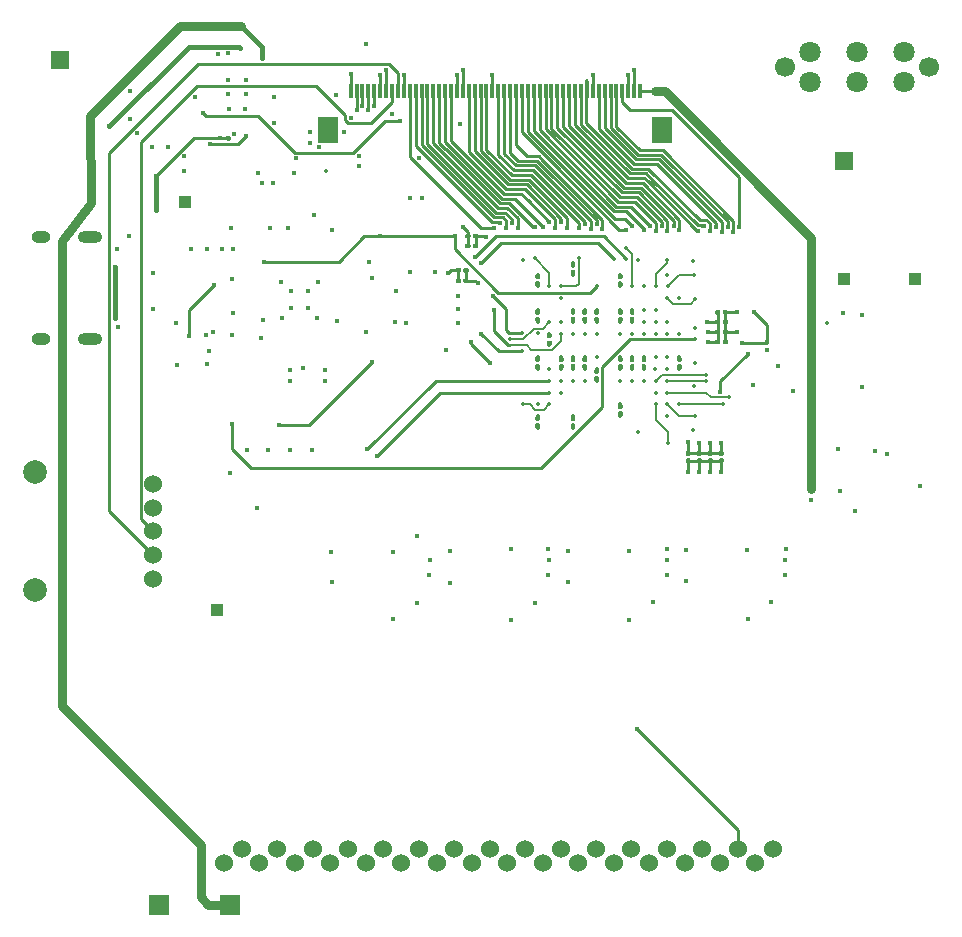
<source format=gbl>
G04 #@! TF.GenerationSoftware,KiCad,Pcbnew,(5.1.10-1-10_14)*
G04 #@! TF.CreationDate,2021-07-07T11:21:34+02:00*
G04 #@! TF.ProjectId,gb-fpga,67622d66-7067-4612-9e6b-696361645f70,rev?*
G04 #@! TF.SameCoordinates,Original*
G04 #@! TF.FileFunction,Copper,L4,Bot*
G04 #@! TF.FilePolarity,Positive*
%FSLAX46Y46*%
G04 Gerber Fmt 4.6, Leading zero omitted, Abs format (unit mm)*
G04 Created by KiCad (PCBNEW (5.1.10-1-10_14)) date 2021-07-07 11:21:34*
%MOMM*%
%LPD*%
G01*
G04 APERTURE LIST*
G04 #@! TA.AperFunction,ComponentPad*
%ADD10C,2.000000*%
G04 #@! TD*
G04 #@! TA.AperFunction,ComponentPad*
%ADD11C,1.524000*%
G04 #@! TD*
G04 #@! TA.AperFunction,ComponentPad*
%ADD12C,1.800000*%
G04 #@! TD*
G04 #@! TA.AperFunction,ComponentPad*
%ADD13C,1.700000*%
G04 #@! TD*
G04 #@! TA.AperFunction,ComponentPad*
%ADD14O,2.100000X1.000000*%
G04 #@! TD*
G04 #@! TA.AperFunction,ComponentPad*
%ADD15O,1.600000X1.000000*%
G04 #@! TD*
G04 #@! TA.AperFunction,ComponentPad*
%ADD16R,1.700000X1.700000*%
G04 #@! TD*
G04 #@! TA.AperFunction,SMDPad,CuDef*
%ADD17R,1.800000X2.200000*%
G04 #@! TD*
G04 #@! TA.AperFunction,SMDPad,CuDef*
%ADD18R,0.300000X1.300000*%
G04 #@! TD*
G04 #@! TA.AperFunction,ComponentPad*
%ADD19R,1.000000X1.000000*%
G04 #@! TD*
G04 #@! TA.AperFunction,ComponentPad*
%ADD20R,1.500000X1.500000*%
G04 #@! TD*
G04 #@! TA.AperFunction,ViaPad*
%ADD21C,0.450000*%
G04 #@! TD*
G04 #@! TA.AperFunction,ViaPad*
%ADD22C,0.350000*%
G04 #@! TD*
G04 #@! TA.AperFunction,Conductor*
%ADD23C,0.250000*%
G04 #@! TD*
G04 #@! TA.AperFunction,Conductor*
%ADD24C,0.150000*%
G04 #@! TD*
G04 #@! TA.AperFunction,Conductor*
%ADD25C,0.400000*%
G04 #@! TD*
G04 #@! TA.AperFunction,Conductor*
%ADD26C,0.800000*%
G04 #@! TD*
G04 APERTURE END LIST*
D10*
X1500000Y39600000D03*
X1500000Y29600000D03*
D11*
X11500000Y38600000D03*
X11500000Y36600000D03*
X11500000Y34600000D03*
X11500000Y32600000D03*
X11500000Y30600000D03*
D12*
X75100000Y72650000D03*
X75100000Y75150000D03*
X71100000Y72650000D03*
X71100000Y75150000D03*
X67100000Y72650000D03*
X67100000Y75150000D03*
D13*
X77200000Y73900000D03*
X65000000Y73900000D03*
D11*
X64025000Y7700000D03*
X61025000Y7700000D03*
X58025000Y7700000D03*
X55025000Y7700000D03*
X52025000Y7700000D03*
X49025000Y7700000D03*
X46025000Y7700000D03*
X43025000Y7700000D03*
X40025000Y7700000D03*
X37025000Y7700000D03*
X34025000Y7700000D03*
X31025000Y7700000D03*
X28025000Y7700000D03*
X25025000Y7700000D03*
X22025000Y7700000D03*
X19025000Y7700000D03*
X62525000Y6500000D03*
X59525000Y6500000D03*
X56525000Y6500000D03*
X53525000Y6500000D03*
X50525000Y6500000D03*
X47525000Y6500000D03*
X44525000Y6500000D03*
X41525000Y6500000D03*
X38525000Y6500000D03*
X35525000Y6500000D03*
X32525000Y6500000D03*
X29525000Y6500000D03*
X26525000Y6500000D03*
X23525000Y6500000D03*
X20525000Y6500000D03*
X17525000Y6500000D03*
D14*
X6205000Y59520000D03*
X6205000Y50880000D03*
D15*
X2025000Y59520000D03*
X2025000Y50880000D03*
D16*
X18000000Y3000000D03*
X12000000Y3000000D03*
D17*
X26350000Y68600000D03*
X54650000Y68600000D03*
D18*
X52750000Y71850000D03*
X52250000Y71850000D03*
X51750000Y71850000D03*
X51250000Y71850000D03*
X50750000Y71850000D03*
X50250000Y71850000D03*
X49750000Y71850000D03*
X49250000Y71850000D03*
X48750000Y71850000D03*
X48250000Y71850000D03*
X47750000Y71850000D03*
X47250000Y71850000D03*
X46750000Y71850000D03*
X46250000Y71850000D03*
X45750000Y71850000D03*
X45250000Y71850000D03*
X44750000Y71850000D03*
X44250000Y71850000D03*
X43750000Y71850000D03*
X43250000Y71850000D03*
X42750000Y71850000D03*
X42250000Y71850000D03*
X41750000Y71850000D03*
X41250000Y71850000D03*
X40750000Y71850000D03*
X40250000Y71850000D03*
X39750000Y71850000D03*
X39250000Y71850000D03*
X38750000Y71850000D03*
X38250000Y71850000D03*
X37750000Y71850000D03*
X37250000Y71850000D03*
X36750000Y71850000D03*
X36250000Y71850000D03*
X35750000Y71850000D03*
X35250000Y71850000D03*
X34750000Y71850000D03*
X34250000Y71850000D03*
X33750000Y71850000D03*
X33250000Y71850000D03*
X32750000Y71850000D03*
X32250000Y71850000D03*
X31750000Y71850000D03*
X31250000Y71850000D03*
X30750000Y71850000D03*
X30250000Y71850000D03*
X29750000Y71850000D03*
X29250000Y71850000D03*
X28750000Y71850000D03*
X28250000Y71850000D03*
G04 #@! TA.AperFunction,SMDPad,CuDef*
G36*
G01*
X51975000Y49400000D02*
X52175000Y49400000D01*
G75*
G02*
X52275000Y49300000I0J-100000D01*
G01*
X52275000Y49040000D01*
G75*
G02*
X52175000Y48940000I-100000J0D01*
G01*
X51975000Y48940000D01*
G75*
G02*
X51875000Y49040000I0J100000D01*
G01*
X51875000Y49300000D01*
G75*
G02*
X51975000Y49400000I100000J0D01*
G01*
G37*
G04 #@! TD.AperFunction*
G04 #@! TA.AperFunction,SMDPad,CuDef*
G36*
G01*
X51975000Y48760000D02*
X52175000Y48760000D01*
G75*
G02*
X52275000Y48660000I0J-100000D01*
G01*
X52275000Y48400000D01*
G75*
G02*
X52175000Y48300000I-100000J0D01*
G01*
X51975000Y48300000D01*
G75*
G02*
X51875000Y48400000I0J100000D01*
G01*
X51875000Y48660000D01*
G75*
G02*
X51975000Y48760000I100000J0D01*
G01*
G37*
G04 #@! TD.AperFunction*
G04 #@! TA.AperFunction,SMDPad,CuDef*
G36*
G01*
X46175000Y48940000D02*
X45975000Y48940000D01*
G75*
G02*
X45875000Y49040000I0J100000D01*
G01*
X45875000Y49300000D01*
G75*
G02*
X45975000Y49400000I100000J0D01*
G01*
X46175000Y49400000D01*
G75*
G02*
X46275000Y49300000I0J-100000D01*
G01*
X46275000Y49040000D01*
G75*
G02*
X46175000Y48940000I-100000J0D01*
G01*
G37*
G04 #@! TD.AperFunction*
G04 #@! TA.AperFunction,SMDPad,CuDef*
G36*
G01*
X46175000Y48300000D02*
X45975000Y48300000D01*
G75*
G02*
X45875000Y48400000I0J100000D01*
G01*
X45875000Y48660000D01*
G75*
G02*
X45975000Y48760000I100000J0D01*
G01*
X46175000Y48760000D01*
G75*
G02*
X46275000Y48660000I0J-100000D01*
G01*
X46275000Y48400000D01*
G75*
G02*
X46175000Y48300000I-100000J0D01*
G01*
G37*
G04 #@! TD.AperFunction*
G04 #@! TA.AperFunction,SMDPad,CuDef*
G36*
G01*
X49175000Y47275000D02*
X48975000Y47275000D01*
G75*
G02*
X48875000Y47375000I0J100000D01*
G01*
X48875000Y47635000D01*
G75*
G02*
X48975000Y47735000I100000J0D01*
G01*
X49175000Y47735000D01*
G75*
G02*
X49275000Y47635000I0J-100000D01*
G01*
X49275000Y47375000D01*
G75*
G02*
X49175000Y47275000I-100000J0D01*
G01*
G37*
G04 #@! TD.AperFunction*
G04 #@! TA.AperFunction,SMDPad,CuDef*
G36*
G01*
X49175000Y47915000D02*
X48975000Y47915000D01*
G75*
G02*
X48875000Y48015000I0J100000D01*
G01*
X48875000Y48275000D01*
G75*
G02*
X48975000Y48375000I100000J0D01*
G01*
X49175000Y48375000D01*
G75*
G02*
X49275000Y48275000I0J-100000D01*
G01*
X49275000Y48015000D01*
G75*
G02*
X49175000Y47915000I-100000J0D01*
G01*
G37*
G04 #@! TD.AperFunction*
G04 #@! TA.AperFunction,SMDPad,CuDef*
G36*
G01*
X55975000Y48760000D02*
X56175000Y48760000D01*
G75*
G02*
X56275000Y48660000I0J-100000D01*
G01*
X56275000Y48400000D01*
G75*
G02*
X56175000Y48300000I-100000J0D01*
G01*
X55975000Y48300000D01*
G75*
G02*
X55875000Y48400000I0J100000D01*
G01*
X55875000Y48660000D01*
G75*
G02*
X55975000Y48760000I100000J0D01*
G01*
G37*
G04 #@! TD.AperFunction*
G04 #@! TA.AperFunction,SMDPad,CuDef*
G36*
G01*
X55975000Y49400000D02*
X56175000Y49400000D01*
G75*
G02*
X56275000Y49300000I0J-100000D01*
G01*
X56275000Y49040000D01*
G75*
G02*
X56175000Y48940000I-100000J0D01*
G01*
X55975000Y48940000D01*
G75*
G02*
X55875000Y49040000I0J100000D01*
G01*
X55875000Y49300000D01*
G75*
G02*
X55975000Y49400000I100000J0D01*
G01*
G37*
G04 #@! TD.AperFunction*
G04 #@! TA.AperFunction,SMDPad,CuDef*
G36*
G01*
X47175000Y52940000D02*
X46975000Y52940000D01*
G75*
G02*
X46875000Y53040000I0J100000D01*
G01*
X46875000Y53300000D01*
G75*
G02*
X46975000Y53400000I100000J0D01*
G01*
X47175000Y53400000D01*
G75*
G02*
X47275000Y53300000I0J-100000D01*
G01*
X47275000Y53040000D01*
G75*
G02*
X47175000Y52940000I-100000J0D01*
G01*
G37*
G04 #@! TD.AperFunction*
G04 #@! TA.AperFunction,SMDPad,CuDef*
G36*
G01*
X47175000Y52300000D02*
X46975000Y52300000D01*
G75*
G02*
X46875000Y52400000I0J100000D01*
G01*
X46875000Y52660000D01*
G75*
G02*
X46975000Y52760000I100000J0D01*
G01*
X47175000Y52760000D01*
G75*
G02*
X47275000Y52660000I0J-100000D01*
G01*
X47275000Y52400000D01*
G75*
G02*
X47175000Y52300000I-100000J0D01*
G01*
G37*
G04 #@! TD.AperFunction*
G04 #@! TA.AperFunction,SMDPad,CuDef*
G36*
G01*
X49175000Y52300000D02*
X48975000Y52300000D01*
G75*
G02*
X48875000Y52400000I0J100000D01*
G01*
X48875000Y52660000D01*
G75*
G02*
X48975000Y52760000I100000J0D01*
G01*
X49175000Y52760000D01*
G75*
G02*
X49275000Y52660000I0J-100000D01*
G01*
X49275000Y52400000D01*
G75*
G02*
X49175000Y52300000I-100000J0D01*
G01*
G37*
G04 #@! TD.AperFunction*
G04 #@! TA.AperFunction,SMDPad,CuDef*
G36*
G01*
X49175000Y52940000D02*
X48975000Y52940000D01*
G75*
G02*
X48875000Y53040000I0J100000D01*
G01*
X48875000Y53300000D01*
G75*
G02*
X48975000Y53400000I100000J0D01*
G01*
X49175000Y53400000D01*
G75*
G02*
X49275000Y53300000I0J-100000D01*
G01*
X49275000Y53040000D01*
G75*
G02*
X49175000Y52940000I-100000J0D01*
G01*
G37*
G04 #@! TD.AperFunction*
G04 #@! TA.AperFunction,SMDPad,CuDef*
G36*
G01*
X50975000Y52755000D02*
X51175000Y52755000D01*
G75*
G02*
X51275000Y52655000I0J-100000D01*
G01*
X51275000Y52395000D01*
G75*
G02*
X51175000Y52295000I-100000J0D01*
G01*
X50975000Y52295000D01*
G75*
G02*
X50875000Y52395000I0J100000D01*
G01*
X50875000Y52655000D01*
G75*
G02*
X50975000Y52755000I100000J0D01*
G01*
G37*
G04 #@! TD.AperFunction*
G04 #@! TA.AperFunction,SMDPad,CuDef*
G36*
G01*
X50975000Y53395000D02*
X51175000Y53395000D01*
G75*
G02*
X51275000Y53295000I0J-100000D01*
G01*
X51275000Y53035000D01*
G75*
G02*
X51175000Y52935000I-100000J0D01*
G01*
X50975000Y52935000D01*
G75*
G02*
X50875000Y53035000I0J100000D01*
G01*
X50875000Y53295000D01*
G75*
G02*
X50975000Y53395000I100000J0D01*
G01*
G37*
G04 #@! TD.AperFunction*
G04 #@! TA.AperFunction,SMDPad,CuDef*
G36*
G01*
X48175000Y48300000D02*
X47975000Y48300000D01*
G75*
G02*
X47875000Y48400000I0J100000D01*
G01*
X47875000Y48660000D01*
G75*
G02*
X47975000Y48760000I100000J0D01*
G01*
X48175000Y48760000D01*
G75*
G02*
X48275000Y48660000I0J-100000D01*
G01*
X48275000Y48400000D01*
G75*
G02*
X48175000Y48300000I-100000J0D01*
G01*
G37*
G04 #@! TD.AperFunction*
G04 #@! TA.AperFunction,SMDPad,CuDef*
G36*
G01*
X48175000Y48940000D02*
X47975000Y48940000D01*
G75*
G02*
X47875000Y49040000I0J100000D01*
G01*
X47875000Y49300000D01*
G75*
G02*
X47975000Y49400000I100000J0D01*
G01*
X48175000Y49400000D01*
G75*
G02*
X48275000Y49300000I0J-100000D01*
G01*
X48275000Y49040000D01*
G75*
G02*
X48175000Y48940000I-100000J0D01*
G01*
G37*
G04 #@! TD.AperFunction*
G04 #@! TA.AperFunction,SMDPad,CuDef*
G36*
G01*
X47975000Y52760000D02*
X48175000Y52760000D01*
G75*
G02*
X48275000Y52660000I0J-100000D01*
G01*
X48275000Y52400000D01*
G75*
G02*
X48175000Y52300000I-100000J0D01*
G01*
X47975000Y52300000D01*
G75*
G02*
X47875000Y52400000I0J100000D01*
G01*
X47875000Y52660000D01*
G75*
G02*
X47975000Y52760000I100000J0D01*
G01*
G37*
G04 #@! TD.AperFunction*
G04 #@! TA.AperFunction,SMDPad,CuDef*
G36*
G01*
X47975000Y53400000D02*
X48175000Y53400000D01*
G75*
G02*
X48275000Y53300000I0J-100000D01*
G01*
X48275000Y53040000D01*
G75*
G02*
X48175000Y52940000I-100000J0D01*
G01*
X47975000Y52940000D01*
G75*
G02*
X47875000Y53040000I0J100000D01*
G01*
X47875000Y53300000D01*
G75*
G02*
X47975000Y53400000I100000J0D01*
G01*
G37*
G04 #@! TD.AperFunction*
G04 #@! TA.AperFunction,SMDPad,CuDef*
G36*
G01*
X51175000Y48300000D02*
X50975000Y48300000D01*
G75*
G02*
X50875000Y48400000I0J100000D01*
G01*
X50875000Y48660000D01*
G75*
G02*
X50975000Y48760000I100000J0D01*
G01*
X51175000Y48760000D01*
G75*
G02*
X51275000Y48660000I0J-100000D01*
G01*
X51275000Y48400000D01*
G75*
G02*
X51175000Y48300000I-100000J0D01*
G01*
G37*
G04 #@! TD.AperFunction*
G04 #@! TA.AperFunction,SMDPad,CuDef*
G36*
G01*
X51175000Y48940000D02*
X50975000Y48940000D01*
G75*
G02*
X50875000Y49040000I0J100000D01*
G01*
X50875000Y49300000D01*
G75*
G02*
X50975000Y49400000I100000J0D01*
G01*
X51175000Y49400000D01*
G75*
G02*
X51275000Y49300000I0J-100000D01*
G01*
X51275000Y49040000D01*
G75*
G02*
X51175000Y48940000I-100000J0D01*
G01*
G37*
G04 #@! TD.AperFunction*
G04 #@! TA.AperFunction,SMDPad,CuDef*
G36*
G01*
X52175000Y52940000D02*
X51975000Y52940000D01*
G75*
G02*
X51875000Y53040000I0J100000D01*
G01*
X51875000Y53300000D01*
G75*
G02*
X51975000Y53400000I100000J0D01*
G01*
X52175000Y53400000D01*
G75*
G02*
X52275000Y53300000I0J-100000D01*
G01*
X52275000Y53040000D01*
G75*
G02*
X52175000Y52940000I-100000J0D01*
G01*
G37*
G04 #@! TD.AperFunction*
G04 #@! TA.AperFunction,SMDPad,CuDef*
G36*
G01*
X52175000Y52300000D02*
X51975000Y52300000D01*
G75*
G02*
X51875000Y52400000I0J100000D01*
G01*
X51875000Y52660000D01*
G75*
G02*
X51975000Y52760000I100000J0D01*
G01*
X52175000Y52760000D01*
G75*
G02*
X52275000Y52660000I0J-100000D01*
G01*
X52275000Y52400000D01*
G75*
G02*
X52175000Y52300000I-100000J0D01*
G01*
G37*
G04 #@! TD.AperFunction*
G04 #@! TA.AperFunction,SMDPad,CuDef*
G36*
G01*
X46975000Y48760000D02*
X47175000Y48760000D01*
G75*
G02*
X47275000Y48660000I0J-100000D01*
G01*
X47275000Y48400000D01*
G75*
G02*
X47175000Y48300000I-100000J0D01*
G01*
X46975000Y48300000D01*
G75*
G02*
X46875000Y48400000I0J100000D01*
G01*
X46875000Y48660000D01*
G75*
G02*
X46975000Y48760000I100000J0D01*
G01*
G37*
G04 #@! TD.AperFunction*
G04 #@! TA.AperFunction,SMDPad,CuDef*
G36*
G01*
X46975000Y49400000D02*
X47175000Y49400000D01*
G75*
G02*
X47275000Y49300000I0J-100000D01*
G01*
X47275000Y49040000D01*
G75*
G02*
X47175000Y48940000I-100000J0D01*
G01*
X46975000Y48940000D01*
G75*
G02*
X46875000Y49040000I0J100000D01*
G01*
X46875000Y49300000D01*
G75*
G02*
X46975000Y49400000I100000J0D01*
G01*
G37*
G04 #@! TD.AperFunction*
G04 #@! TA.AperFunction,SMDPad,CuDef*
G36*
G01*
X53175000Y48305000D02*
X52975000Y48305000D01*
G75*
G02*
X52875000Y48405000I0J100000D01*
G01*
X52875000Y48665000D01*
G75*
G02*
X52975000Y48765000I100000J0D01*
G01*
X53175000Y48765000D01*
G75*
G02*
X53275000Y48665000I0J-100000D01*
G01*
X53275000Y48405000D01*
G75*
G02*
X53175000Y48305000I-100000J0D01*
G01*
G37*
G04 #@! TD.AperFunction*
G04 #@! TA.AperFunction,SMDPad,CuDef*
G36*
G01*
X53175000Y48945000D02*
X52975000Y48945000D01*
G75*
G02*
X52875000Y49045000I0J100000D01*
G01*
X52875000Y49305000D01*
G75*
G02*
X52975000Y49405000I100000J0D01*
G01*
X53175000Y49405000D01*
G75*
G02*
X53275000Y49305000I0J-100000D01*
G01*
X53275000Y49045000D01*
G75*
G02*
X53175000Y48945000I-100000J0D01*
G01*
G37*
G04 #@! TD.AperFunction*
G04 #@! TA.AperFunction,SMDPad,CuDef*
G36*
G01*
X39050000Y59700000D02*
X39050000Y59500000D01*
G75*
G02*
X38950000Y59400000I-100000J0D01*
G01*
X38690000Y59400000D01*
G75*
G02*
X38590000Y59500000I0J100000D01*
G01*
X38590000Y59700000D01*
G75*
G02*
X38690000Y59800000I100000J0D01*
G01*
X38950000Y59800000D01*
G75*
G02*
X39050000Y59700000I0J-100000D01*
G01*
G37*
G04 #@! TD.AperFunction*
G04 #@! TA.AperFunction,SMDPad,CuDef*
G36*
G01*
X38410000Y59700000D02*
X38410000Y59500000D01*
G75*
G02*
X38310000Y59400000I-100000J0D01*
G01*
X38050000Y59400000D01*
G75*
G02*
X37950000Y59500000I0J100000D01*
G01*
X37950000Y59700000D01*
G75*
G02*
X38050000Y59800000I100000J0D01*
G01*
X38310000Y59800000D01*
G75*
G02*
X38410000Y59700000I0J-100000D01*
G01*
G37*
G04 #@! TD.AperFunction*
G04 #@! TA.AperFunction,SMDPad,CuDef*
G36*
G01*
X59740000Y52220000D02*
X59740000Y52420000D01*
G75*
G02*
X59840000Y52520000I100000J0D01*
G01*
X60100000Y52520000D01*
G75*
G02*
X60200000Y52420000I0J-100000D01*
G01*
X60200000Y52220000D01*
G75*
G02*
X60100000Y52120000I-100000J0D01*
G01*
X59840000Y52120000D01*
G75*
G02*
X59740000Y52220000I0J100000D01*
G01*
G37*
G04 #@! TD.AperFunction*
G04 #@! TA.AperFunction,SMDPad,CuDef*
G36*
G01*
X59100000Y52220000D02*
X59100000Y52420000D01*
G75*
G02*
X59200000Y52520000I100000J0D01*
G01*
X59460000Y52520000D01*
G75*
G02*
X59560000Y52420000I0J-100000D01*
G01*
X59560000Y52220000D01*
G75*
G02*
X59460000Y52120000I-100000J0D01*
G01*
X59200000Y52120000D01*
G75*
G02*
X59100000Y52220000I0J100000D01*
G01*
G37*
G04 #@! TD.AperFunction*
G04 #@! TA.AperFunction,SMDPad,CuDef*
G36*
G01*
X57660000Y40800000D02*
X57860000Y40800000D01*
G75*
G02*
X57960000Y40700000I0J-100000D01*
G01*
X57960000Y40440000D01*
G75*
G02*
X57860000Y40340000I-100000J0D01*
G01*
X57660000Y40340000D01*
G75*
G02*
X57560000Y40440000I0J100000D01*
G01*
X57560000Y40700000D01*
G75*
G02*
X57660000Y40800000I100000J0D01*
G01*
G37*
G04 #@! TD.AperFunction*
G04 #@! TA.AperFunction,SMDPad,CuDef*
G36*
G01*
X57660000Y41440000D02*
X57860000Y41440000D01*
G75*
G02*
X57960000Y41340000I0J-100000D01*
G01*
X57960000Y41080000D01*
G75*
G02*
X57860000Y40980000I-100000J0D01*
G01*
X57660000Y40980000D01*
G75*
G02*
X57560000Y41080000I0J100000D01*
G01*
X57560000Y41340000D01*
G75*
G02*
X57660000Y41440000I100000J0D01*
G01*
G37*
G04 #@! TD.AperFunction*
G04 #@! TA.AperFunction,SMDPad,CuDef*
G36*
G01*
X43975000Y44400000D02*
X44175000Y44400000D01*
G75*
G02*
X44275000Y44300000I0J-100000D01*
G01*
X44275000Y44040000D01*
G75*
G02*
X44175000Y43940000I-100000J0D01*
G01*
X43975000Y43940000D01*
G75*
G02*
X43875000Y44040000I0J100000D01*
G01*
X43875000Y44300000D01*
G75*
G02*
X43975000Y44400000I100000J0D01*
G01*
G37*
G04 #@! TD.AperFunction*
G04 #@! TA.AperFunction,SMDPad,CuDef*
G36*
G01*
X43975000Y43760000D02*
X44175000Y43760000D01*
G75*
G02*
X44275000Y43660000I0J-100000D01*
G01*
X44275000Y43400000D01*
G75*
G02*
X44175000Y43300000I-100000J0D01*
G01*
X43975000Y43300000D01*
G75*
G02*
X43875000Y43400000I0J100000D01*
G01*
X43875000Y43660000D01*
G75*
G02*
X43975000Y43760000I100000J0D01*
G01*
G37*
G04 #@! TD.AperFunction*
G04 #@! TA.AperFunction,SMDPad,CuDef*
G36*
G01*
X44975000Y51400000D02*
X45175000Y51400000D01*
G75*
G02*
X45275000Y51300000I0J-100000D01*
G01*
X45275000Y51040000D01*
G75*
G02*
X45175000Y50940000I-100000J0D01*
G01*
X44975000Y50940000D01*
G75*
G02*
X44875000Y51040000I0J100000D01*
G01*
X44875000Y51300000D01*
G75*
G02*
X44975000Y51400000I100000J0D01*
G01*
G37*
G04 #@! TD.AperFunction*
G04 #@! TA.AperFunction,SMDPad,CuDef*
G36*
G01*
X44975000Y50760000D02*
X45175000Y50760000D01*
G75*
G02*
X45275000Y50660000I0J-100000D01*
G01*
X45275000Y50400000D01*
G75*
G02*
X45175000Y50300000I-100000J0D01*
G01*
X44975000Y50300000D01*
G75*
G02*
X44875000Y50400000I0J100000D01*
G01*
X44875000Y50660000D01*
G75*
G02*
X44975000Y50760000I100000J0D01*
G01*
G37*
G04 #@! TD.AperFunction*
G04 #@! TA.AperFunction,SMDPad,CuDef*
G36*
G01*
X43975000Y48760000D02*
X44175000Y48760000D01*
G75*
G02*
X44275000Y48660000I0J-100000D01*
G01*
X44275000Y48400000D01*
G75*
G02*
X44175000Y48300000I-100000J0D01*
G01*
X43975000Y48300000D01*
G75*
G02*
X43875000Y48400000I0J100000D01*
G01*
X43875000Y48660000D01*
G75*
G02*
X43975000Y48760000I100000J0D01*
G01*
G37*
G04 #@! TD.AperFunction*
G04 #@! TA.AperFunction,SMDPad,CuDef*
G36*
G01*
X43975000Y49400000D02*
X44175000Y49400000D01*
G75*
G02*
X44275000Y49300000I0J-100000D01*
G01*
X44275000Y49040000D01*
G75*
G02*
X44175000Y48940000I-100000J0D01*
G01*
X43975000Y48940000D01*
G75*
G02*
X43875000Y49040000I0J100000D01*
G01*
X43875000Y49300000D01*
G75*
G02*
X43975000Y49400000I100000J0D01*
G01*
G37*
G04 #@! TD.AperFunction*
G04 #@! TA.AperFunction,SMDPad,CuDef*
G36*
G01*
X51175000Y44300000D02*
X50975000Y44300000D01*
G75*
G02*
X50875000Y44400000I0J100000D01*
G01*
X50875000Y44660000D01*
G75*
G02*
X50975000Y44760000I100000J0D01*
G01*
X51175000Y44760000D01*
G75*
G02*
X51275000Y44660000I0J-100000D01*
G01*
X51275000Y44400000D01*
G75*
G02*
X51175000Y44300000I-100000J0D01*
G01*
G37*
G04 #@! TD.AperFunction*
G04 #@! TA.AperFunction,SMDPad,CuDef*
G36*
G01*
X51175000Y44940000D02*
X50975000Y44940000D01*
G75*
G02*
X50875000Y45040000I0J100000D01*
G01*
X50875000Y45300000D01*
G75*
G02*
X50975000Y45400000I100000J0D01*
G01*
X51175000Y45400000D01*
G75*
G02*
X51275000Y45300000I0J-100000D01*
G01*
X51275000Y45040000D01*
G75*
G02*
X51175000Y44940000I-100000J0D01*
G01*
G37*
G04 #@! TD.AperFunction*
G04 #@! TA.AperFunction,SMDPad,CuDef*
G36*
G01*
X56720000Y40800000D02*
X56920000Y40800000D01*
G75*
G02*
X57020000Y40700000I0J-100000D01*
G01*
X57020000Y40440000D01*
G75*
G02*
X56920000Y40340000I-100000J0D01*
G01*
X56720000Y40340000D01*
G75*
G02*
X56620000Y40440000I0J100000D01*
G01*
X56620000Y40700000D01*
G75*
G02*
X56720000Y40800000I100000J0D01*
G01*
G37*
G04 #@! TD.AperFunction*
G04 #@! TA.AperFunction,SMDPad,CuDef*
G36*
G01*
X56720000Y41440000D02*
X56920000Y41440000D01*
G75*
G02*
X57020000Y41340000I0J-100000D01*
G01*
X57020000Y41080000D01*
G75*
G02*
X56920000Y40980000I-100000J0D01*
G01*
X56720000Y40980000D01*
G75*
G02*
X56620000Y41080000I0J100000D01*
G01*
X56620000Y41340000D01*
G75*
G02*
X56720000Y41440000I100000J0D01*
G01*
G37*
G04 #@! TD.AperFunction*
G04 #@! TA.AperFunction,SMDPad,CuDef*
G36*
G01*
X58590000Y41440000D02*
X58790000Y41440000D01*
G75*
G02*
X58890000Y41340000I0J-100000D01*
G01*
X58890000Y41080000D01*
G75*
G02*
X58790000Y40980000I-100000J0D01*
G01*
X58590000Y40980000D01*
G75*
G02*
X58490000Y41080000I0J100000D01*
G01*
X58490000Y41340000D01*
G75*
G02*
X58590000Y41440000I100000J0D01*
G01*
G37*
G04 #@! TD.AperFunction*
G04 #@! TA.AperFunction,SMDPad,CuDef*
G36*
G01*
X58590000Y40800000D02*
X58790000Y40800000D01*
G75*
G02*
X58890000Y40700000I0J-100000D01*
G01*
X58890000Y40440000D01*
G75*
G02*
X58790000Y40340000I-100000J0D01*
G01*
X58590000Y40340000D01*
G75*
G02*
X58490000Y40440000I0J100000D01*
G01*
X58490000Y40700000D01*
G75*
G02*
X58590000Y40800000I100000J0D01*
G01*
G37*
G04 #@! TD.AperFunction*
G04 #@! TA.AperFunction,SMDPad,CuDef*
G36*
G01*
X59100000Y51380000D02*
X59100000Y51580000D01*
G75*
G02*
X59200000Y51680000I100000J0D01*
G01*
X59460000Y51680000D01*
G75*
G02*
X59560000Y51580000I0J-100000D01*
G01*
X59560000Y51380000D01*
G75*
G02*
X59460000Y51280000I-100000J0D01*
G01*
X59200000Y51280000D01*
G75*
G02*
X59100000Y51380000I0J100000D01*
G01*
G37*
G04 #@! TD.AperFunction*
G04 #@! TA.AperFunction,SMDPad,CuDef*
G36*
G01*
X59740000Y51380000D02*
X59740000Y51580000D01*
G75*
G02*
X59840000Y51680000I100000J0D01*
G01*
X60100000Y51680000D01*
G75*
G02*
X60200000Y51580000I0J-100000D01*
G01*
X60200000Y51380000D01*
G75*
G02*
X60100000Y51280000I-100000J0D01*
G01*
X59840000Y51280000D01*
G75*
G02*
X59740000Y51380000I0J100000D01*
G01*
G37*
G04 #@! TD.AperFunction*
G04 #@! TA.AperFunction,SMDPad,CuDef*
G36*
G01*
X44175000Y52940000D02*
X43975000Y52940000D01*
G75*
G02*
X43875000Y53040000I0J100000D01*
G01*
X43875000Y53300000D01*
G75*
G02*
X43975000Y53400000I100000J0D01*
G01*
X44175000Y53400000D01*
G75*
G02*
X44275000Y53300000I0J-100000D01*
G01*
X44275000Y53040000D01*
G75*
G02*
X44175000Y52940000I-100000J0D01*
G01*
G37*
G04 #@! TD.AperFunction*
G04 #@! TA.AperFunction,SMDPad,CuDef*
G36*
G01*
X44175000Y52300000D02*
X43975000Y52300000D01*
G75*
G02*
X43875000Y52400000I0J100000D01*
G01*
X43875000Y52660000D01*
G75*
G02*
X43975000Y52760000I100000J0D01*
G01*
X44175000Y52760000D01*
G75*
G02*
X44275000Y52660000I0J-100000D01*
G01*
X44275000Y52400000D01*
G75*
G02*
X44175000Y52300000I-100000J0D01*
G01*
G37*
G04 #@! TD.AperFunction*
G04 #@! TA.AperFunction,SMDPad,CuDef*
G36*
G01*
X43975000Y55760000D02*
X44175000Y55760000D01*
G75*
G02*
X44275000Y55660000I0J-100000D01*
G01*
X44275000Y55400000D01*
G75*
G02*
X44175000Y55300000I-100000J0D01*
G01*
X43975000Y55300000D01*
G75*
G02*
X43875000Y55400000I0J100000D01*
G01*
X43875000Y55660000D01*
G75*
G02*
X43975000Y55760000I100000J0D01*
G01*
G37*
G04 #@! TD.AperFunction*
G04 #@! TA.AperFunction,SMDPad,CuDef*
G36*
G01*
X43975000Y56400000D02*
X44175000Y56400000D01*
G75*
G02*
X44275000Y56300000I0J-100000D01*
G01*
X44275000Y56040000D01*
G75*
G02*
X44175000Y55940000I-100000J0D01*
G01*
X43975000Y55940000D01*
G75*
G02*
X43875000Y56040000I0J100000D01*
G01*
X43875000Y56300000D01*
G75*
G02*
X43975000Y56400000I100000J0D01*
G01*
G37*
G04 #@! TD.AperFunction*
G04 #@! TA.AperFunction,SMDPad,CuDef*
G36*
G01*
X47175000Y56300000D02*
X46975000Y56300000D01*
G75*
G02*
X46875000Y56400000I0J100000D01*
G01*
X46875000Y56660000D01*
G75*
G02*
X46975000Y56760000I100000J0D01*
G01*
X47175000Y56760000D01*
G75*
G02*
X47275000Y56660000I0J-100000D01*
G01*
X47275000Y56400000D01*
G75*
G02*
X47175000Y56300000I-100000J0D01*
G01*
G37*
G04 #@! TD.AperFunction*
G04 #@! TA.AperFunction,SMDPad,CuDef*
G36*
G01*
X47175000Y56940000D02*
X46975000Y56940000D01*
G75*
G02*
X46875000Y57040000I0J100000D01*
G01*
X46875000Y57300000D01*
G75*
G02*
X46975000Y57400000I100000J0D01*
G01*
X47175000Y57400000D01*
G75*
G02*
X47275000Y57300000I0J-100000D01*
G01*
X47275000Y57040000D01*
G75*
G02*
X47175000Y56940000I-100000J0D01*
G01*
G37*
G04 #@! TD.AperFunction*
G04 #@! TA.AperFunction,SMDPad,CuDef*
G36*
G01*
X59520000Y40800000D02*
X59720000Y40800000D01*
G75*
G02*
X59820000Y40700000I0J-100000D01*
G01*
X59820000Y40440000D01*
G75*
G02*
X59720000Y40340000I-100000J0D01*
G01*
X59520000Y40340000D01*
G75*
G02*
X59420000Y40440000I0J100000D01*
G01*
X59420000Y40700000D01*
G75*
G02*
X59520000Y40800000I100000J0D01*
G01*
G37*
G04 #@! TD.AperFunction*
G04 #@! TA.AperFunction,SMDPad,CuDef*
G36*
G01*
X59520000Y41440000D02*
X59720000Y41440000D01*
G75*
G02*
X59820000Y41340000I0J-100000D01*
G01*
X59820000Y41080000D01*
G75*
G02*
X59720000Y40980000I-100000J0D01*
G01*
X59520000Y40980000D01*
G75*
G02*
X59420000Y41080000I0J100000D01*
G01*
X59420000Y41340000D01*
G75*
G02*
X59520000Y41440000I100000J0D01*
G01*
G37*
G04 #@! TD.AperFunction*
G04 #@! TA.AperFunction,SMDPad,CuDef*
G36*
G01*
X59100000Y53050000D02*
X59100000Y53250000D01*
G75*
G02*
X59200000Y53350000I100000J0D01*
G01*
X59460000Y53350000D01*
G75*
G02*
X59560000Y53250000I0J-100000D01*
G01*
X59560000Y53050000D01*
G75*
G02*
X59460000Y52950000I-100000J0D01*
G01*
X59200000Y52950000D01*
G75*
G02*
X59100000Y53050000I0J100000D01*
G01*
G37*
G04 #@! TD.AperFunction*
G04 #@! TA.AperFunction,SMDPad,CuDef*
G36*
G01*
X59740000Y53050000D02*
X59740000Y53250000D01*
G75*
G02*
X59840000Y53350000I100000J0D01*
G01*
X60100000Y53350000D01*
G75*
G02*
X60200000Y53250000I0J-100000D01*
G01*
X60200000Y53050000D01*
G75*
G02*
X60100000Y52950000I-100000J0D01*
G01*
X59840000Y52950000D01*
G75*
G02*
X59740000Y53050000I0J100000D01*
G01*
G37*
G04 #@! TD.AperFunction*
G04 #@! TA.AperFunction,SMDPad,CuDef*
G36*
G01*
X38250000Y56810000D02*
X38250000Y56610000D01*
G75*
G02*
X38150000Y56510000I-100000J0D01*
G01*
X37890000Y56510000D01*
G75*
G02*
X37790000Y56610000I0J100000D01*
G01*
X37790000Y56810000D01*
G75*
G02*
X37890000Y56910000I100000J0D01*
G01*
X38150000Y56910000D01*
G75*
G02*
X38250000Y56810000I0J-100000D01*
G01*
G37*
G04 #@! TD.AperFunction*
G04 #@! TA.AperFunction,SMDPad,CuDef*
G36*
G01*
X37610000Y56810000D02*
X37610000Y56610000D01*
G75*
G02*
X37510000Y56510000I-100000J0D01*
G01*
X37250000Y56510000D01*
G75*
G02*
X37150000Y56610000I0J100000D01*
G01*
X37150000Y56810000D01*
G75*
G02*
X37250000Y56910000I100000J0D01*
G01*
X37510000Y56910000D01*
G75*
G02*
X37610000Y56810000I0J-100000D01*
G01*
G37*
G04 #@! TD.AperFunction*
G04 #@! TA.AperFunction,SMDPad,CuDef*
G36*
G01*
X38400000Y58870000D02*
X38400000Y58670000D01*
G75*
G02*
X38300000Y58570000I-100000J0D01*
G01*
X38040000Y58570000D01*
G75*
G02*
X37940000Y58670000I0J100000D01*
G01*
X37940000Y58870000D01*
G75*
G02*
X38040000Y58970000I100000J0D01*
G01*
X38300000Y58970000D01*
G75*
G02*
X38400000Y58870000I0J-100000D01*
G01*
G37*
G04 #@! TD.AperFunction*
G04 #@! TA.AperFunction,SMDPad,CuDef*
G36*
G01*
X39040000Y58870000D02*
X39040000Y58670000D01*
G75*
G02*
X38940000Y58570000I-100000J0D01*
G01*
X38680000Y58570000D01*
G75*
G02*
X38580000Y58670000I0J100000D01*
G01*
X38580000Y58870000D01*
G75*
G02*
X38680000Y58970000I100000J0D01*
G01*
X38940000Y58970000D01*
G75*
G02*
X39040000Y58870000I0J-100000D01*
G01*
G37*
G04 #@! TD.AperFunction*
G04 #@! TA.AperFunction,SMDPad,CuDef*
G36*
G01*
X59740000Y50540000D02*
X59740000Y50740000D01*
G75*
G02*
X59840000Y50840000I100000J0D01*
G01*
X60100000Y50840000D01*
G75*
G02*
X60200000Y50740000I0J-100000D01*
G01*
X60200000Y50540000D01*
G75*
G02*
X60100000Y50440000I-100000J0D01*
G01*
X59840000Y50440000D01*
G75*
G02*
X59740000Y50540000I0J100000D01*
G01*
G37*
G04 #@! TD.AperFunction*
G04 #@! TA.AperFunction,SMDPad,CuDef*
G36*
G01*
X59100000Y50540000D02*
X59100000Y50740000D01*
G75*
G02*
X59200000Y50840000I100000J0D01*
G01*
X59460000Y50840000D01*
G75*
G02*
X59560000Y50740000I0J-100000D01*
G01*
X59560000Y50540000D01*
G75*
G02*
X59460000Y50440000I-100000J0D01*
G01*
X59200000Y50440000D01*
G75*
G02*
X59100000Y50540000I0J100000D01*
G01*
G37*
G04 #@! TD.AperFunction*
G04 #@! TA.AperFunction,SMDPad,CuDef*
G36*
G01*
X50975000Y55760000D02*
X51175000Y55760000D01*
G75*
G02*
X51275000Y55660000I0J-100000D01*
G01*
X51275000Y55400000D01*
G75*
G02*
X51175000Y55300000I-100000J0D01*
G01*
X50975000Y55300000D01*
G75*
G02*
X50875000Y55400000I0J100000D01*
G01*
X50875000Y55660000D01*
G75*
G02*
X50975000Y55760000I100000J0D01*
G01*
G37*
G04 #@! TD.AperFunction*
G04 #@! TA.AperFunction,SMDPad,CuDef*
G36*
G01*
X50975000Y56400000D02*
X51175000Y56400000D01*
G75*
G02*
X51275000Y56300000I0J-100000D01*
G01*
X51275000Y56040000D01*
G75*
G02*
X51175000Y55940000I-100000J0D01*
G01*
X50975000Y55940000D01*
G75*
G02*
X50875000Y56040000I0J100000D01*
G01*
X50875000Y56300000D01*
G75*
G02*
X50975000Y56400000I100000J0D01*
G01*
G37*
G04 #@! TD.AperFunction*
G04 #@! TA.AperFunction,SMDPad,CuDef*
G36*
G01*
X38230000Y55910000D02*
X38230000Y55710000D01*
G75*
G02*
X38130000Y55610000I-100000J0D01*
G01*
X37870000Y55610000D01*
G75*
G02*
X37770000Y55710000I0J100000D01*
G01*
X37770000Y55910000D01*
G75*
G02*
X37870000Y56010000I100000J0D01*
G01*
X38130000Y56010000D01*
G75*
G02*
X38230000Y55910000I0J-100000D01*
G01*
G37*
G04 #@! TD.AperFunction*
G04 #@! TA.AperFunction,SMDPad,CuDef*
G36*
G01*
X37590000Y55910000D02*
X37590000Y55710000D01*
G75*
G02*
X37490000Y55610000I-100000J0D01*
G01*
X37230000Y55610000D01*
G75*
G02*
X37130000Y55710000I0J100000D01*
G01*
X37130000Y55910000D01*
G75*
G02*
X37230000Y56010000I100000J0D01*
G01*
X37490000Y56010000D01*
G75*
G02*
X37590000Y55910000I0J-100000D01*
G01*
G37*
G04 #@! TD.AperFunction*
G04 #@! TA.AperFunction,SMDPad,CuDef*
G36*
G01*
X46975000Y44400000D02*
X47175000Y44400000D01*
G75*
G02*
X47275000Y44300000I0J-100000D01*
G01*
X47275000Y44040000D01*
G75*
G02*
X47175000Y43940000I-100000J0D01*
G01*
X46975000Y43940000D01*
G75*
G02*
X46875000Y44040000I0J100000D01*
G01*
X46875000Y44300000D01*
G75*
G02*
X46975000Y44400000I100000J0D01*
G01*
G37*
G04 #@! TD.AperFunction*
G04 #@! TA.AperFunction,SMDPad,CuDef*
G36*
G01*
X46975000Y43760000D02*
X47175000Y43760000D01*
G75*
G02*
X47275000Y43660000I0J-100000D01*
G01*
X47275000Y43400000D01*
G75*
G02*
X47175000Y43300000I-100000J0D01*
G01*
X46975000Y43300000D01*
G75*
G02*
X46875000Y43400000I0J100000D01*
G01*
X46875000Y43660000D01*
G75*
G02*
X46975000Y43760000I100000J0D01*
G01*
G37*
G04 #@! TD.AperFunction*
D19*
X14230000Y62490000D03*
X70000000Y56000000D03*
X16950000Y27930000D03*
X76000000Y56000000D03*
D20*
X70000000Y66000000D03*
X3610000Y74490000D03*
D21*
X59540000Y46399999D03*
X61870000Y49660000D03*
D22*
X56075000Y45350000D03*
X59800000Y45350000D03*
X49075000Y49350000D03*
X49075000Y48325000D03*
X48075000Y49350000D03*
X47075000Y48350000D03*
X48075000Y47350000D03*
X46075000Y49350000D03*
X47075000Y51350000D03*
X48075000Y51350000D03*
X49075000Y51350000D03*
X51075000Y51350000D03*
X51075000Y49350000D03*
X51075000Y47350000D03*
X51075000Y45350000D03*
X49075000Y53350000D03*
X51075000Y52350000D03*
X51075000Y55350000D03*
X52075000Y48350000D03*
X52075000Y51350000D03*
X52075000Y53350000D03*
X53075000Y55350000D03*
X53075000Y52350000D03*
X53075000Y49350000D03*
X53075000Y47350000D03*
X54075000Y46350000D03*
X54050000Y48350000D03*
X54075000Y51350000D03*
X54075000Y53350000D03*
X55075000Y56350000D03*
X55075000Y52350000D03*
X55075000Y51350000D03*
X55075000Y49350000D03*
X55075000Y48350000D03*
X55075000Y44350000D03*
X56075000Y48350000D03*
X56075000Y51350000D03*
X56075000Y54350000D03*
X48075000Y52350000D03*
X47075000Y53350000D03*
X46075000Y54350000D03*
X46075000Y52350000D03*
X46075000Y47350000D03*
X46075000Y46350000D03*
X45075000Y48350000D03*
X44075000Y55350000D03*
X44075000Y53350000D03*
X44075000Y48350000D03*
X44075000Y45350000D03*
X52575000Y43000000D03*
X57250000Y43175000D03*
X57350000Y46875000D03*
X44075000Y43350000D03*
X47075000Y43350000D03*
X45075000Y50350000D03*
X47075000Y57350000D03*
X52575000Y57575000D03*
X57200000Y57475000D03*
X42850000Y57575000D03*
X57400000Y51850000D03*
X57400000Y48850000D03*
D21*
X65735000Y46500000D03*
X69910000Y53050000D03*
D22*
X68610000Y52225000D03*
D21*
X70940000Y36310000D03*
X69470000Y41600000D03*
X76480000Y38430000D03*
X73680000Y41150000D03*
X11540000Y56460000D03*
X11550000Y53460000D03*
X9500000Y59630000D03*
X8430000Y58540000D03*
X8580000Y51880000D03*
X17350000Y58520000D03*
X16110000Y58520000D03*
X18280000Y58510000D03*
X18120000Y60290000D03*
X25120000Y61380000D03*
X26690000Y60080000D03*
X29800000Y57450000D03*
X32070000Y54950000D03*
X26050000Y47330000D03*
X24180000Y48400000D03*
X15980000Y51220000D03*
X16580000Y51480000D03*
X16240000Y49860000D03*
X18203554Y51256446D03*
X18270000Y53060000D03*
X18240000Y55945000D03*
X13530000Y48660000D03*
X20660000Y50960000D03*
X25470000Y55740000D03*
X22370000Y55740000D03*
X22400000Y52680000D03*
X25430000Y52690000D03*
X23210000Y53490000D03*
X23170000Y54940000D03*
X24660000Y54930000D03*
X24635000Y53485000D03*
X32000000Y52300000D03*
X29510000Y51450000D03*
X23120000Y47300000D03*
X34280000Y62840000D03*
X35370000Y56540000D03*
X9580000Y69500000D03*
X10170000Y68290000D03*
X19420000Y72860000D03*
X17890000Y72830000D03*
X17920000Y70330000D03*
X19300000Y70370000D03*
X19380000Y71640000D03*
X17870000Y71640000D03*
X9530000Y71910000D03*
X24770000Y68410000D03*
X27650000Y68430000D03*
X23420000Y64960000D03*
X23660000Y66180000D03*
X14170000Y66390000D03*
X28270000Y69640000D03*
X27010000Y71520000D03*
X34030000Y66230000D03*
X31730000Y69980000D03*
X34930000Y32180000D03*
X34910000Y30950000D03*
X26630000Y30310000D03*
X36640000Y30230000D03*
X45020000Y32200000D03*
X44990000Y30930000D03*
X46650000Y30330000D03*
X55020000Y32160000D03*
X55020000Y30930000D03*
X56650000Y30380000D03*
X65030000Y32170000D03*
X65030000Y30950000D03*
X30750000Y73260000D03*
X31250000Y73660000D03*
X32750000Y73260000D03*
X37250000Y73270000D03*
X37750000Y73650000D03*
X40250000Y73270000D03*
X48750000Y73250000D03*
X51750000Y73270000D03*
X52250000Y73690000D03*
X18050000Y39530000D03*
X20310000Y36600000D03*
X29590000Y75850000D03*
X36320000Y49980000D03*
X60980000Y53150000D03*
X60950000Y51480000D03*
X36470000Y56470000D03*
X37790000Y60380000D03*
X59630000Y39620000D03*
X57760000Y39640000D03*
X58690000Y39650000D03*
X56820000Y39640000D03*
D22*
X45075000Y51350000D03*
X51075000Y44350000D03*
X51075000Y56350000D03*
X47075000Y44350000D03*
X47075000Y56350000D03*
X44075000Y56350000D03*
X44075000Y52350000D03*
X44075000Y49350000D03*
X44075000Y44350000D03*
D21*
X71510000Y46850000D03*
X71510000Y52950000D03*
X63510000Y49950000D03*
X64460000Y48625000D03*
X14720000Y58500000D03*
X22950000Y60270000D03*
X13420000Y52240000D03*
X16090000Y48770000D03*
X30030000Y56070000D03*
X26070000Y48300000D03*
X19450000Y41510000D03*
X21290000Y41510000D03*
X23140000Y41500000D03*
X25000000Y41500000D03*
X23120000Y48230000D03*
X33270000Y56540000D03*
X33310000Y62820000D03*
X20750000Y64090000D03*
X21690000Y64100000D03*
X20430000Y64950000D03*
X31810000Y32880000D03*
X33840000Y34240000D03*
X26610000Y32880000D03*
X36640000Y32960000D03*
X41830000Y33120000D03*
X45000000Y33120000D03*
X46630000Y32980000D03*
X51830000Y32960000D03*
X55040000Y33140000D03*
X56620000Y33010000D03*
X61820000Y33030000D03*
X65070000Y33130000D03*
X28250000Y73360000D03*
X62320000Y47020000D03*
X37300000Y54560000D03*
X37300000Y53430000D03*
X37320000Y52260000D03*
X32920000Y52210000D03*
X58490000Y50630000D03*
X58470000Y51470000D03*
X58460000Y52310000D03*
X38990000Y55600000D03*
X39680000Y59520000D03*
X56820000Y42130000D03*
X58690000Y42070000D03*
X57770000Y42120000D03*
X59620000Y42090000D03*
D22*
X55075000Y46350000D03*
X60300001Y45999999D03*
X55075000Y47350000D03*
X58375000Y47350000D03*
X54075000Y47350000D03*
X58375000Y47850003D03*
X46075000Y51350000D03*
D21*
X40390000Y53360000D03*
D22*
X42740000Y49840000D03*
D21*
X39320000Y51300000D03*
D22*
X44075000Y51375000D03*
X42770000Y51370000D03*
D21*
X40279644Y54563249D03*
X38400000Y50620000D03*
X40050000Y48850000D03*
D22*
X49075000Y47350000D03*
X52075000Y47350000D03*
X52075000Y49350000D03*
X56075000Y49350000D03*
X47075000Y47350000D03*
X46075000Y48350000D03*
D21*
X14110000Y65090000D03*
X27110000Y52440000D03*
X20790000Y52460000D03*
X21390000Y60300000D03*
X11440000Y67170000D03*
X12810000Y67130000D03*
D22*
X48075000Y48350000D03*
X47075000Y49350000D03*
X51075000Y48350000D03*
X49075000Y52350000D03*
X51075000Y53350000D03*
X52075000Y52350000D03*
X53075000Y53350000D03*
X53075000Y51350000D03*
X53075000Y48350000D03*
X54075000Y49350000D03*
X54075000Y52350000D03*
X48075000Y53350000D03*
X47075000Y52350000D03*
D21*
X24790000Y67480000D03*
X25560000Y67124998D03*
X37510000Y69100000D03*
D22*
X26130000Y65110000D03*
X45075000Y52350000D03*
X41720000Y50890000D03*
D21*
X30088008Y48968008D03*
X22200000Y43630000D03*
D22*
X57390000Y50860000D03*
D21*
X18200000Y43690000D03*
X16680000Y55460000D03*
X14580000Y51130000D03*
D22*
X51575000Y57675000D03*
D21*
X38780000Y57800000D03*
D22*
X50575000Y57675000D03*
D21*
X39250000Y57340000D03*
D22*
X49075000Y55350000D03*
D21*
X37050000Y59600000D03*
X20950000Y57450000D03*
X30730000Y59600000D03*
X17860000Y67890000D03*
X17210000Y67910000D03*
X18880000Y75570000D03*
X11770000Y61790000D03*
X11770000Y64730002D03*
X7830000Y68910000D03*
D22*
X45075000Y45350000D03*
X42825000Y45350000D03*
D21*
X67240000Y37240000D03*
X67220000Y38180000D03*
X63830000Y28630000D03*
X61850000Y27170000D03*
X53860000Y28600000D03*
X51820000Y27110000D03*
X43850000Y28580000D03*
X41830000Y27100000D03*
X33830000Y28510000D03*
X31820000Y27190000D03*
X67220000Y39960000D03*
X8310000Y52670000D03*
X8310000Y57020000D03*
X20740000Y74660001D03*
X15070000Y71410000D03*
X21750000Y71410000D03*
X18370001Y68250001D03*
X21730000Y69210000D03*
X17866447Y75066446D03*
X17060000Y75030000D03*
X28950000Y66390000D03*
X28960000Y65540000D03*
X28750000Y70250000D03*
X29250000Y70590000D03*
X29750000Y70240000D03*
X30250000Y70630000D03*
X69690000Y38000000D03*
X72620000Y41420000D03*
X15760000Y69990000D03*
X32410000Y69350000D03*
X19420000Y68070000D03*
X16300000Y67390000D03*
X52490000Y17870000D03*
D22*
X54075000Y45350000D03*
X55100000Y42050000D03*
X55075000Y45350000D03*
X57440000Y44350000D03*
D21*
X61160002Y60390002D03*
X60660001Y59980002D03*
X60160001Y60389999D03*
D22*
X55075000Y54350000D03*
X57400000Y54300000D03*
D21*
X59660000Y59990000D03*
X59160000Y60410000D03*
X58650000Y60030000D03*
X58150000Y60430000D03*
D22*
X55100000Y55375000D03*
X57300000Y56350000D03*
D21*
X57640000Y60060000D03*
X56090001Y60080000D03*
X55590001Y60449999D03*
D22*
X54100000Y55375000D03*
X55075000Y57575000D03*
D21*
X55075000Y60055000D03*
X54575000Y60455000D03*
X54075000Y60075954D03*
X53570000Y60490000D03*
X53070000Y60090000D03*
X52070000Y60490000D03*
D22*
X52075000Y55350000D03*
X51525000Y58600000D03*
D21*
X51520000Y60140000D03*
X49570000Y60210000D03*
X49070000Y60630000D03*
X48570000Y60245000D03*
X48069999Y60599999D03*
D22*
X46075000Y55350000D03*
X47580000Y57720000D03*
D21*
X47569999Y60250000D03*
X46590001Y60320000D03*
X46090001Y60769999D03*
X45590000Y60330000D03*
X45070000Y60820000D03*
X44560000Y60340000D03*
D22*
X45050000Y55375000D03*
X43825000Y57725000D03*
D21*
X43830000Y60340000D03*
X42390000Y60320000D03*
X41890001Y60710001D03*
X41389999Y60290530D03*
X40890000Y60680000D03*
X40389998Y60260877D03*
D22*
X45075000Y46350000D03*
D21*
X30450000Y40970000D03*
D22*
X45075000Y47350000D03*
D21*
X29670000Y41580000D03*
X61341446Y50588554D03*
X63510000Y50600000D03*
X62430000Y53160000D03*
D23*
X59540000Y46399999D02*
X59540000Y47330000D01*
X61870000Y49660000D02*
X59540000Y47330000D01*
D24*
X56075000Y45350000D02*
X58375000Y45350000D01*
X58375000Y45350000D02*
X59800000Y45350000D01*
D23*
X30750000Y71850000D02*
X30750000Y73260000D01*
X31250000Y71850000D02*
X31250000Y73660000D01*
X32750000Y71850000D02*
X32750000Y73260000D01*
X37250000Y71850000D02*
X37250000Y73270000D01*
X37750000Y71850000D02*
X37750000Y73650000D01*
X40250000Y71850000D02*
X40250000Y73270000D01*
X48750000Y71850000D02*
X48750000Y73250000D01*
X51750000Y71850000D02*
X51750000Y73270000D01*
X52250000Y71850000D02*
X52250000Y73690000D01*
X59970000Y53150000D02*
X59970000Y52320000D01*
X59970000Y51480000D02*
X59970000Y50640000D01*
X59970000Y52320000D02*
X59970000Y51480000D01*
X59970000Y53150000D02*
X60980000Y53150000D01*
X59970000Y51480000D02*
X60950000Y51480000D01*
X37360000Y56690000D02*
X37380000Y56710000D01*
X37360000Y55810000D02*
X37360000Y56690000D01*
X36710000Y56710000D02*
X36470000Y56470000D01*
X37380000Y56710000D02*
X36710000Y56710000D01*
X38180000Y58780000D02*
X38170000Y58770000D01*
X38180000Y59600000D02*
X38180000Y58780000D01*
X38180000Y59990000D02*
X37790000Y60380000D01*
X38180000Y59600000D02*
X38180000Y59990000D01*
X56820000Y40570000D02*
X57760000Y40570000D01*
X57760000Y40570000D02*
X58690000Y40570000D01*
X58690000Y40570000D02*
X59620000Y40570000D01*
X59620000Y39630000D02*
X59630000Y39620000D01*
X59620000Y40570000D02*
X59620000Y39630000D01*
X57760000Y40570000D02*
X57760000Y39640000D01*
X58690000Y40570000D02*
X58690000Y39650000D01*
X56820000Y40570000D02*
X56820000Y39640000D01*
X28250000Y71850000D02*
X28250000Y73360000D01*
X59330000Y53150000D02*
X59330000Y52320000D01*
X59330000Y52320000D02*
X59330000Y51480000D01*
X59330000Y51480000D02*
X59330000Y50640000D01*
X58500000Y50640000D02*
X58490000Y50630000D01*
X59330000Y50640000D02*
X58500000Y50640000D01*
X58480000Y51480000D02*
X58470000Y51470000D01*
X59330000Y51480000D02*
X58480000Y51480000D01*
X58470000Y52320000D02*
X58460000Y52310000D01*
X59330000Y52320000D02*
X58470000Y52320000D01*
X38020000Y55830000D02*
X38000000Y55810000D01*
X38020000Y56710000D02*
X38020000Y55830000D01*
X38780000Y55810000D02*
X38990000Y55600000D01*
X38000000Y55810000D02*
X38780000Y55810000D01*
X38820000Y58780000D02*
X38810000Y58770000D01*
X38820000Y59600000D02*
X38820000Y58780000D01*
X39600000Y59600000D02*
X39680000Y59520000D01*
X38820000Y59600000D02*
X39600000Y59600000D01*
X59620000Y41210000D02*
X58690000Y41210000D01*
X58690000Y41210000D02*
X57760000Y41210000D01*
X57760000Y41210000D02*
X56820000Y41210000D01*
X56820000Y41210000D02*
X56820000Y42130000D01*
X58690000Y41210000D02*
X58690000Y42070000D01*
X57760000Y42110000D02*
X57770000Y42120000D01*
X57760000Y41210000D02*
X57760000Y42110000D01*
X59620000Y41210000D02*
X59620000Y42090000D01*
D24*
X55075000Y46350000D02*
X58375000Y46350000D01*
X60250000Y45949998D02*
X60300001Y45999999D01*
X58775002Y45949998D02*
X60250000Y45949998D01*
X58375000Y46350000D02*
X58775002Y45949998D01*
X55075000Y47350000D02*
X58375000Y47350000D01*
X54575003Y47850003D02*
X58375000Y47850003D01*
X54075000Y47350000D02*
X54575003Y47850003D01*
X45267001Y49949999D02*
X43550001Y49949999D01*
X46075000Y50757998D02*
X45267001Y49949999D01*
X46075000Y51350000D02*
X46075000Y50757998D01*
X43150000Y50350000D02*
X41775000Y50350000D01*
X43550001Y49949999D02*
X43150000Y50350000D01*
D23*
X41775000Y50350000D02*
X41600000Y50350000D01*
X40390000Y51560000D02*
X40390000Y53360000D01*
X41600000Y50350000D02*
X40390000Y51560000D01*
X40780000Y49840000D02*
X39320000Y51300000D01*
X42740000Y49840000D02*
X40780000Y49840000D01*
X41424990Y53417903D02*
X40279644Y54563249D01*
X41424990Y51630022D02*
X41424990Y53417903D01*
X41685012Y51370000D02*
X41424990Y51630022D01*
X42770000Y51370000D02*
X41685012Y51370000D01*
X38400000Y50500000D02*
X40050000Y48850000D01*
X38400000Y50620000D02*
X38400000Y50500000D01*
D24*
X45075000Y52350000D02*
X44500000Y51775000D01*
X42882002Y50890000D02*
X41720000Y50890000D01*
X43767002Y51775000D02*
X42882002Y50890000D01*
X44500000Y51775000D02*
X43767002Y51775000D01*
D23*
X24750000Y43630000D02*
X22200000Y43630000D01*
X30088008Y48968008D02*
X24750000Y43630000D01*
X49550010Y45159008D02*
X44331002Y39940000D01*
X49550010Y48491012D02*
X49550010Y45159008D01*
X51918998Y50860000D02*
X49550010Y48491012D01*
X57390000Y50860000D02*
X51918998Y50860000D01*
X44331002Y39940000D02*
X21580000Y39940000D01*
X21580000Y39940000D02*
X19800000Y39940000D01*
X19800000Y39940000D02*
X18170000Y41570000D01*
X18200000Y41600000D02*
X18200000Y43690000D01*
X18170000Y41570000D02*
X18200000Y41600000D01*
X14580000Y53360000D02*
X14580000Y51130000D01*
X16680000Y55460000D02*
X14580000Y53360000D01*
X51575000Y57675000D02*
X49675000Y59575000D01*
X49675000Y59575000D02*
X41650000Y59575000D01*
X40555000Y59575000D02*
X38780000Y57800000D01*
X41650000Y59575000D02*
X40555000Y59575000D01*
X49200000Y59050000D02*
X41625000Y59050000D01*
X50575000Y57675000D02*
X49200000Y59050000D01*
X40960000Y59050000D02*
X39250000Y57340000D01*
X41625000Y59050000D02*
X40960000Y59050000D01*
X49075000Y55350000D02*
X48525000Y54800000D01*
X48525000Y54800000D02*
X41400000Y54800000D01*
X41400000Y54800000D02*
X40750000Y54800000D01*
X37050000Y58500000D02*
X37050000Y59600000D01*
X40750000Y54800000D02*
X37050000Y58500000D01*
X27260000Y57450000D02*
X20950000Y57450000D01*
X29410000Y59600000D02*
X27260000Y57450000D01*
X30730000Y59600000D02*
X29410000Y59600000D01*
X37050000Y59600000D02*
X30730000Y59600000D01*
D25*
X11770000Y61790000D02*
X11770000Y64730002D01*
X17840000Y67910000D02*
X17860000Y67890000D01*
D23*
X17210000Y67910000D02*
X17840000Y67910000D01*
X14949998Y67910000D02*
X17210000Y67910000D01*
X11770000Y64730002D02*
X14949998Y67910000D01*
D25*
X18808553Y75641447D02*
X18880000Y75570000D01*
X14561447Y75641447D02*
X18808553Y75641447D01*
X7830000Y68910000D02*
X14561447Y75641447D01*
D24*
X44624999Y44899999D02*
X43875001Y44899999D01*
X45075000Y45350000D02*
X44624999Y44899999D01*
X43425000Y45350000D02*
X42825000Y45350000D01*
X43875001Y44899999D02*
X43425000Y45350000D01*
D26*
X54849610Y71850000D02*
X67220000Y59479610D01*
X54010000Y71850000D02*
X54849610Y71850000D01*
X67220000Y39960000D02*
X67220000Y38180000D01*
X67220000Y59479610D02*
X67220000Y39960000D01*
D23*
X52750000Y71850000D02*
X54010000Y71850000D01*
D25*
X8310000Y52670000D02*
X8310000Y57020000D01*
X20740000Y74660001D02*
X20740000Y75580000D01*
X20740000Y75580000D02*
X18970000Y77350000D01*
D26*
X16210000Y3000000D02*
X18000000Y3000000D01*
X15540000Y3670000D02*
X16210000Y3000000D01*
X15540000Y8072862D02*
X15540000Y3670000D01*
X3810000Y19802862D02*
X15540000Y8072862D01*
X6240000Y62390000D02*
X3810000Y59159938D01*
X3810000Y59159938D02*
X3810000Y19802862D01*
X6190000Y69730000D02*
X6240000Y62390000D01*
X13822998Y77350000D02*
X6190000Y69730000D01*
X18970000Y77350000D02*
X13822998Y77350000D01*
D23*
X28750000Y71850000D02*
X28750000Y70250000D01*
X29250000Y71850000D02*
X29250000Y70590000D01*
X29750000Y71850000D02*
X29750000Y70240000D01*
X30250000Y71850000D02*
X30250000Y70630000D01*
X31175002Y69350000D02*
X32410000Y69350000D01*
X28449999Y66624997D02*
X31175002Y69350000D01*
X25319999Y66624997D02*
X28449999Y66624997D01*
X25264995Y66680001D02*
X25319999Y66624997D01*
X23496826Y66680001D02*
X25264995Y66680001D01*
X20411826Y69765001D02*
X23496826Y66680001D01*
X15984999Y69765001D02*
X20411826Y69765001D01*
X15760000Y69990000D02*
X15984999Y69765001D01*
X18740000Y67390000D02*
X16300000Y67390000D01*
X19420000Y68070000D02*
X18740000Y67390000D01*
X61025000Y9335000D02*
X52490000Y17870000D01*
X61025000Y7700000D02*
X61025000Y9335000D01*
D24*
X54075000Y45350000D02*
X54075000Y44025000D01*
X55100000Y43000000D02*
X55100000Y42050000D01*
X54075000Y44025000D02*
X55100000Y43000000D01*
X55075000Y45350000D02*
X56075000Y44350000D01*
X56075000Y44350000D02*
X57440000Y44350000D01*
D23*
X61160002Y60390002D02*
X61160000Y60390000D01*
X61160002Y64585000D02*
X61160002Y60390002D01*
X51899996Y70300004D02*
X55444998Y70300004D01*
X51250000Y70950000D02*
X51899996Y70300004D01*
X55444998Y70300004D02*
X61160002Y64585000D01*
X51250000Y71850000D02*
X51250000Y70950000D01*
X60659999Y59980002D02*
X60660001Y59980000D01*
X52707439Y66903621D02*
X54679176Y66903621D01*
X54679176Y66903621D02*
X60660001Y60922795D01*
X50750000Y71850000D02*
X50750000Y68861060D01*
X60660001Y60922795D02*
X60660001Y59980002D01*
X50750000Y68861060D02*
X52707439Y66903621D01*
X60160001Y60857096D02*
X60160001Y60389999D01*
X54973548Y66043549D02*
X60160001Y60857096D01*
X52541751Y66503611D02*
X54513487Y66503611D01*
X54513487Y66503611D02*
X54973548Y66043549D01*
X50250000Y68795362D02*
X52541751Y66503611D01*
X50250000Y71850000D02*
X50250000Y68795362D01*
D24*
X57049999Y53875000D02*
X57400000Y54300000D01*
X55500000Y53875000D02*
X57049999Y53875000D01*
X55075000Y54350000D02*
X55500000Y53875000D01*
D23*
X59660000Y60791399D02*
X59660000Y59990000D01*
X54347798Y66103601D02*
X59660000Y60791399D01*
X52376063Y66103601D02*
X54347798Y66103601D01*
X49750000Y71850000D02*
X49750000Y68729664D01*
X49750000Y68729664D02*
X52376063Y66103601D01*
X49250000Y71850000D02*
X49250000Y68663966D01*
X49250000Y68663966D02*
X52210375Y65703591D01*
X59160000Y60725700D02*
X59160000Y60410000D01*
X54182109Y65703591D02*
X59160000Y60725700D01*
X52210375Y65703591D02*
X54182109Y65703591D01*
X58650001Y60030001D02*
X58650000Y60030000D01*
X58359991Y60960011D02*
X58650001Y60670001D01*
X57799885Y60960011D02*
X58359991Y60960011D01*
X53456316Y65303580D02*
X57799885Y60960011D01*
X52044686Y65303582D02*
X53456316Y65303580D01*
X58650001Y60670001D02*
X58650001Y60030001D01*
X48250000Y71850000D02*
X48250000Y72750000D01*
X48175001Y72824999D02*
X48175001Y69173267D01*
X48250000Y72750000D02*
X48175001Y72824999D01*
X48175001Y69173267D02*
X52044686Y65303582D01*
X47750000Y69032570D02*
X51878997Y64903573D01*
X53800009Y64394185D02*
X57634193Y60560001D01*
X51878997Y64903573D02*
X53290625Y64903572D01*
X53290625Y64903572D02*
X53800009Y64394185D01*
X47750000Y71850000D02*
X47750000Y69032570D01*
X57990000Y60430000D02*
X58150000Y60430000D01*
X57859999Y60560001D02*
X57990000Y60430000D01*
X57634193Y60560001D02*
X57859999Y60560001D01*
D24*
X56075000Y56350000D02*
X57300000Y56350000D01*
X55100000Y55375000D02*
X56075000Y56350000D01*
D23*
X47250000Y71850000D02*
X47250000Y68966872D01*
X53124934Y64503563D02*
X53400000Y64228496D01*
X51713309Y64503563D02*
X53124934Y64503563D01*
X47250000Y68966872D02*
X51713309Y64503563D01*
X57568496Y60060000D02*
X57640000Y60060000D01*
X53400000Y64228496D02*
X57568496Y60060000D01*
X56090001Y60972797D02*
X56090001Y60080000D01*
X51547621Y64103553D02*
X52959245Y64103553D01*
X46750000Y68901174D02*
X51547621Y64103553D01*
X52959245Y64103553D02*
X56090001Y60972797D01*
X46750000Y71850000D02*
X46750000Y68901174D01*
X55590000Y60450000D02*
X55590001Y60449999D01*
X52793556Y63703543D02*
X55590001Y60907098D01*
X55590001Y60907098D02*
X55590001Y60449999D01*
X51381933Y63703543D02*
X52793556Y63703543D01*
X46250000Y68835476D02*
X51381933Y63703543D01*
X46250000Y71850000D02*
X46250000Y68835476D01*
D24*
X54100000Y55375000D02*
X54100000Y56375000D01*
X55075000Y57350000D02*
X55075000Y57575000D01*
X54100000Y56375000D02*
X55075000Y57350000D01*
D23*
X55075000Y60856400D02*
X55075000Y60055000D01*
X52627867Y63303533D02*
X55075000Y60856400D01*
X51216245Y63303533D02*
X52627867Y63303533D01*
X45750000Y68769778D02*
X51216245Y63303533D01*
X45750000Y71850000D02*
X45750000Y68769778D01*
X54575000Y60790701D02*
X54575000Y60455000D01*
X51050557Y62903523D02*
X52462178Y62903523D01*
X45250000Y68704080D02*
X51050557Y62903523D01*
X52462178Y62903523D02*
X54575000Y60790701D01*
X45250000Y71850000D02*
X45250000Y68704080D01*
X52296489Y62503513D02*
X54075000Y60725002D01*
X54075000Y60725002D02*
X54075000Y60075954D01*
X50884869Y62503513D02*
X52296489Y62503513D01*
X44750000Y68638382D02*
X50884869Y62503513D01*
X44750000Y71850000D02*
X44750000Y68638382D01*
X44250000Y68572684D02*
X44250000Y71850000D01*
X50719181Y62103503D02*
X44250000Y68572684D01*
X51956497Y62103503D02*
X50719181Y62103503D01*
X53570000Y60490000D02*
X51956497Y62103503D01*
X43750000Y71850000D02*
X43750000Y68506986D01*
X43750000Y68506986D02*
X50553493Y61703493D01*
X53070000Y60230002D02*
X53070000Y60090000D01*
X51596509Y61703493D02*
X53070000Y60230002D01*
X50553493Y61703493D02*
X51596509Y61703493D01*
X43250000Y71850000D02*
X43250000Y68441288D01*
X43250000Y68441288D02*
X50641288Y61050000D01*
X51510000Y61050000D02*
X52070000Y60490000D01*
X50641288Y61050000D02*
X51510000Y61050000D01*
D24*
X52075000Y58050000D02*
X51525000Y58600000D01*
X52075000Y55350000D02*
X52075000Y58050000D01*
D23*
X42750000Y71850000D02*
X42750000Y68375590D01*
X44345453Y66780140D02*
X45170000Y65955593D01*
X45170000Y65955593D02*
X45170000Y65955590D01*
X44345450Y66780140D02*
X44345453Y66780140D01*
X42750000Y68375590D02*
X44345450Y66780140D01*
X50985590Y60140000D02*
X51520000Y60140000D01*
X45170000Y65955590D02*
X50985590Y60140000D01*
X42250000Y71850000D02*
X42250000Y67280131D01*
X44179762Y66380131D02*
X44480000Y66079892D01*
X43150000Y66380131D02*
X44179762Y66380131D01*
X42250000Y67280131D02*
X43150000Y66380131D01*
X49570001Y60989891D02*
X49570000Y60528198D01*
X49570000Y60528198D02*
X49570000Y60210000D01*
X44480000Y66079892D02*
X49570001Y60989891D01*
X41750000Y71850000D02*
X41750000Y66608377D01*
X41750000Y66608377D02*
X42378256Y65980121D01*
X44014073Y65980121D02*
X44850000Y65144193D01*
X42378256Y65980121D02*
X44014073Y65980121D01*
X49070000Y60924193D02*
X49070000Y60630000D01*
X44850000Y65144193D02*
X49070000Y60924193D01*
X48570000Y60858492D02*
X48570000Y60245000D01*
X43848384Y65580111D02*
X48570000Y60858492D01*
X41250000Y66542679D02*
X42212568Y65580111D01*
X42212568Y65580111D02*
X43848384Y65580111D01*
X41250000Y71850000D02*
X41250000Y66542679D01*
X43682695Y65180101D02*
X48070000Y60792794D01*
X42046880Y65180101D02*
X43682695Y65180101D01*
X40750000Y66476981D02*
X42046880Y65180101D01*
X40750000Y71850000D02*
X40750000Y66476981D01*
X48070000Y60600000D02*
X48069999Y60599999D01*
X48070000Y60792794D02*
X48070000Y60600000D01*
D24*
X46075000Y55350000D02*
X46667002Y55350000D01*
X47360000Y55350000D02*
X47580000Y55570000D01*
X46667002Y55350000D02*
X47360000Y55350000D01*
X47580000Y55570000D02*
X47580000Y57720000D01*
D23*
X47569999Y60727097D02*
X47569999Y60250000D01*
X44188548Y64108548D02*
X47569999Y60727097D01*
X41881192Y64780091D02*
X43517006Y64780091D01*
X39750000Y66911283D02*
X41881192Y64780091D01*
X43517006Y64780091D02*
X44188548Y64108548D01*
X39750000Y71850000D02*
X39750000Y66911283D01*
X46590001Y61141397D02*
X46590001Y60320000D01*
X43351317Y64380081D02*
X46590001Y61141397D01*
X41715504Y64380081D02*
X43351317Y64380081D01*
X39250000Y66845585D02*
X41715504Y64380081D01*
X39250000Y71850000D02*
X39250000Y66845585D01*
X46090001Y61075698D02*
X46090001Y60769999D01*
X43185628Y63980071D02*
X46090001Y61075698D01*
X38750000Y71850000D02*
X38750000Y66779887D01*
X41549816Y63980071D02*
X43185628Y63980071D01*
X38750000Y66779887D02*
X41549816Y63980071D01*
X38250000Y66714189D02*
X38250000Y71850000D01*
X43019939Y63580061D02*
X41384128Y63580061D01*
X45590000Y61010000D02*
X43019939Y63580061D01*
X41384128Y63580061D02*
X38250000Y66714189D01*
X45590000Y60330000D02*
X45590000Y61010000D01*
X43254300Y62635700D02*
X45070000Y60820000D01*
X42709949Y63180051D02*
X43254300Y62635700D01*
X41218440Y63180051D02*
X42709949Y63180051D01*
X36750000Y67648491D02*
X41218440Y63180051D01*
X36750000Y71850000D02*
X36750000Y67648491D01*
X44560000Y60350002D02*
X44560000Y60340000D01*
X41052752Y62780041D02*
X42129961Y62780041D01*
X42129961Y62780041D02*
X44560000Y60350002D01*
X36250000Y67582793D02*
X41052752Y62780041D01*
X36250000Y71850000D02*
X36250000Y67582793D01*
D24*
X45050000Y56500000D02*
X43825000Y57725000D01*
X45050000Y55375000D02*
X45050000Y56500000D01*
D23*
X43709597Y60340000D02*
X43830000Y60340000D01*
X41669567Y62380031D02*
X42180000Y61869597D01*
X36276397Y66986397D02*
X36280699Y66986396D01*
X42180000Y61869597D02*
X43709597Y60340000D01*
X40887064Y62380031D02*
X41669567Y62380031D01*
X35750000Y67512794D02*
X36276397Y66986397D01*
X36280699Y66986396D02*
X40887064Y62380031D01*
X35750000Y71850000D02*
X35750000Y67512794D01*
X42390002Y60320002D02*
X42390000Y60320000D01*
X42390002Y61093897D02*
X42390002Y60320002D01*
X41503878Y61980021D02*
X42390002Y61093897D01*
X38030689Y64670709D02*
X40721376Y61980021D01*
X38026387Y64670709D02*
X38030689Y64670709D01*
X35220000Y67477096D02*
X38026387Y64670709D01*
X35220000Y71710000D02*
X35220000Y67477096D01*
X35250000Y71740000D02*
X35220000Y71710000D01*
X40721376Y61980021D02*
X41503878Y61980021D01*
X35250000Y71850000D02*
X35250000Y71740000D01*
X34750000Y71850000D02*
X34750000Y67381398D01*
X34750000Y67381398D02*
X37860699Y64270699D01*
X40340000Y61795699D02*
X40340000Y61791398D01*
X37865000Y64270699D02*
X40340000Y61795699D01*
X37860699Y64270699D02*
X37865000Y64270699D01*
X41338189Y61580011D02*
X40551387Y61580011D01*
X41890001Y61028199D02*
X41338189Y61580011D01*
X41890001Y60710001D02*
X41890001Y61028199D01*
X40551387Y61584312D02*
X40340000Y61795699D01*
X40551387Y61580011D02*
X40551387Y61584312D01*
X34250000Y71850000D02*
X34250000Y67315700D01*
X34250000Y67315700D02*
X39857850Y61707850D01*
X39857850Y61707850D02*
X39862150Y61707850D01*
X41390001Y60920001D02*
X41390001Y60290532D01*
X41390001Y60290532D02*
X41389999Y60290530D01*
X41130001Y61180001D02*
X40385699Y61180001D01*
X40385699Y61180001D02*
X39857850Y61707850D01*
X41390001Y60920001D02*
X41130001Y61180001D01*
X33750000Y67250002D02*
X39850000Y61150002D01*
X33750000Y71850000D02*
X33750000Y67250002D01*
X40229122Y60760878D02*
X40809122Y60760878D01*
X40809122Y60760878D02*
X40890000Y60680000D01*
X39850000Y61140000D02*
X40229122Y60760878D01*
X39850000Y61150002D02*
X39850000Y61140000D01*
X39259121Y60260877D02*
X40389998Y60260877D01*
X33250000Y66269998D02*
X39259121Y60260877D01*
X33250000Y71850000D02*
X33250000Y66269998D01*
X35830000Y46350000D02*
X30450000Y40970000D01*
X45075000Y46350000D02*
X35830000Y46350000D01*
X45075000Y47350000D02*
X40175000Y47350000D01*
X35440000Y47350000D02*
X40175000Y47350000D01*
X29670000Y41580000D02*
X35440000Y47350000D01*
X7809999Y36290001D02*
X11500000Y32600000D01*
X7809999Y66670001D02*
X7809999Y36290001D01*
X15299999Y74160001D02*
X7809999Y66670001D01*
X31490001Y74160001D02*
X15299999Y74160001D01*
X32250000Y73400002D02*
X31490001Y74160001D01*
X32250000Y71850000D02*
X32250000Y73400002D01*
X10462999Y35637001D02*
X11500000Y34600000D01*
X10462999Y67543001D02*
X10462999Y35637001D01*
X15249997Y72329999D02*
X10462999Y67543001D01*
X27769999Y69399999D02*
X27769999Y69880001D01*
X27769999Y69880001D02*
X25320001Y72329999D01*
X28029999Y69139999D02*
X27769999Y69399999D01*
X29939999Y69139999D02*
X28029999Y69139999D01*
X31750000Y70950000D02*
X29939999Y69139999D01*
X25320001Y72329999D02*
X15249997Y72329999D01*
X31750000Y71850000D02*
X31750000Y70950000D01*
X63498554Y50588554D02*
X63510000Y50600000D01*
X61341446Y50588554D02*
X63498554Y50588554D01*
X63510000Y50600000D02*
X63510000Y51910000D01*
X63510000Y52080000D02*
X63510000Y51910000D01*
X62430000Y53160000D02*
X63510000Y52080000D01*
M02*

</source>
